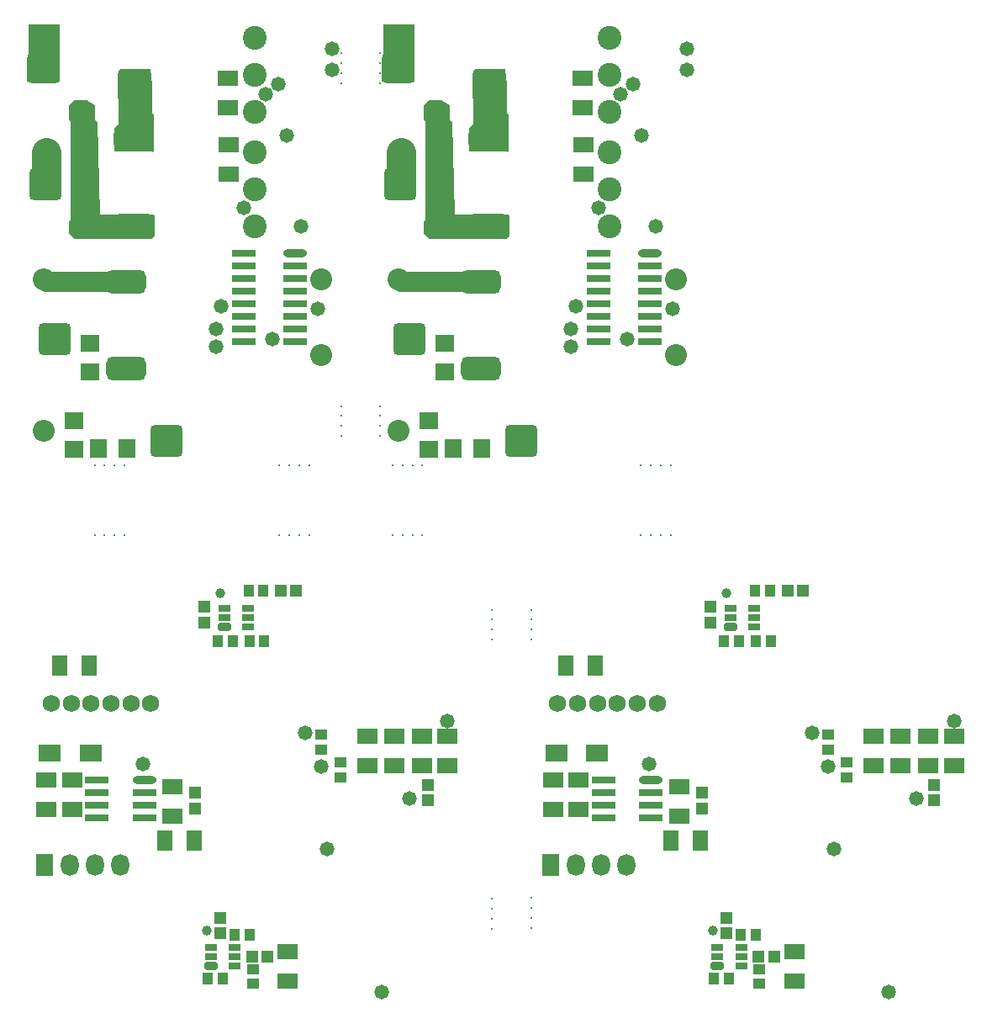
<source format=gbs>
G04 Layer_Color=16711935*
%FSLAX44Y44*%
%MOMM*%
G71*
G01*
G75*
%ADD19C,2.0000*%
%ADD20C,3.0000*%
G04:AMPARAMS|DCode=39|XSize=3.2032mm|YSize=3.2032mm|CornerRadius=0.4016mm|HoleSize=0mm|Usage=FLASHONLY|Rotation=0.000|XOffset=0mm|YOffset=0mm|HoleType=Round|Shape=RoundedRectangle|*
%AMROUNDEDRECTD39*
21,1,3.2032,2.4000,0,0,0.0*
21,1,2.4000,3.2032,0,0,0.0*
1,1,0.8032,1.2000,-1.2000*
1,1,0.8032,-1.2000,-1.2000*
1,1,0.8032,-1.2000,1.2000*
1,1,0.8032,1.2000,1.2000*
%
%ADD39ROUNDEDRECTD39*%
%ADD43C,0.2032*%
%ADD44C,2.4000*%
%ADD45C,2.2032*%
%ADD46C,1.4732*%
%ADD47O,1.8032X2.2032*%
%ADD48R,1.8032X2.2032*%
%ADD49C,1.7272*%
%ADD50C,1.0032*%
%ADD51R,2.0032X1.5032*%
G04:AMPARAMS|DCode=52|XSize=2.4032mm|YSize=4.0032mm|CornerRadius=0.6516mm|HoleSize=0mm|Usage=FLASHONLY|Rotation=90.000|XOffset=0mm|YOffset=0mm|HoleType=Round|Shape=RoundedRectangle|*
%AMROUNDEDRECTD52*
21,1,2.4032,2.7000,0,0,90.0*
21,1,1.1000,4.0032,0,0,90.0*
1,1,1.3032,1.3500,0.5500*
1,1,1.3032,1.3500,-0.5500*
1,1,1.3032,-1.3500,-0.5500*
1,1,1.3032,-1.3500,0.5500*
%
%ADD52ROUNDEDRECTD52*%
%ADD53R,2.4032X0.8032*%
%ADD54O,2.4032X0.8032*%
%ADD55R,1.8532X1.8032*%
%ADD56R,1.8032X1.8532*%
G04:AMPARAMS|DCode=57|XSize=0.8032mm|YSize=1.4032mm|CornerRadius=0mm|HoleSize=0mm|Usage=FLASHONLY|Rotation=270.000|XOffset=0mm|YOffset=0mm|HoleType=Round|Shape=Octagon|*
%AMOCTAGOND57*
4,1,8,0.7016,0.2008,0.7016,-0.2008,0.5008,-0.4016,-0.5008,-0.4016,-0.7016,-0.2008,-0.7016,0.2008,-0.5008,0.4016,0.5008,0.4016,0.7016,0.2008,0.0*
%
%ADD57OCTAGOND57*%

%ADD58R,1.3032X0.8032*%
%ADD59R,1.2032X1.2532*%
%ADD60R,1.2532X1.2032*%
%ADD61R,1.1032X1.1532*%
%ADD62R,1.1532X1.1032*%
%ADD63R,2.3000X1.8000*%
%ADD64R,1.5032X2.0032*%
G36*
X70000Y903000D02*
Y895500D01*
Y888000D01*
X73000Y886000D01*
X75000Y793000D01*
X129000D01*
X130000Y792000D01*
Y771000D01*
X127000Y768000D01*
X50000D01*
X45000Y773000D01*
X44000D01*
Y785000D01*
X46000Y787800D01*
X46000Y886000D01*
X44000Y888000D01*
Y903000D01*
X49000Y908000D01*
X62000Y908000D01*
X70000Y903000D01*
D02*
G37*
G36*
X128000Y923000D02*
X128250Y906750D01*
X128000Y894000D01*
X129500Y893000D01*
Y881000D01*
Y857000D01*
X128000Y855500D01*
X127500Y856000D01*
X90000D01*
Y879000D01*
X94000Y884000D01*
Y937000D01*
X96000Y939000D01*
X126000D01*
X128000Y923000D01*
D02*
G37*
G36*
X35000Y983000D02*
Y981000D01*
Y928000D01*
Y927000D01*
X34000Y926000D01*
X2000D01*
Y951000D01*
X3000Y952000D01*
Y984000D01*
X35000D01*
Y983000D01*
D02*
G37*
G36*
X427300Y903000D02*
Y895500D01*
Y888000D01*
X430300Y886000D01*
X432300Y793000D01*
X486300D01*
X487300Y792000D01*
Y771000D01*
X484300Y768000D01*
X407300D01*
X402300Y773000D01*
X401300D01*
Y785000D01*
X403300Y787800D01*
X403300Y886000D01*
X401300Y888000D01*
Y903000D01*
X406300Y908000D01*
X419300Y908000D01*
X427300Y903000D01*
D02*
G37*
G36*
X485300Y923000D02*
X485550Y906750D01*
X485300Y894000D01*
X486800Y893000D01*
Y881000D01*
Y857000D01*
X485300Y855500D01*
X484800Y856000D01*
X447300D01*
Y879000D01*
X451300Y884000D01*
Y937000D01*
X453300Y939000D01*
X483300D01*
X485300Y923000D01*
D02*
G37*
G36*
X392300Y983000D02*
Y981000D01*
Y928000D01*
Y927000D01*
X391300Y926000D01*
X359300D01*
Y951000D01*
X360300Y952000D01*
Y984000D01*
X392300D01*
Y983000D01*
D02*
G37*
D19*
X21270Y724500D02*
X102000D01*
X378570D02*
X459300D01*
D20*
X21000Y824000D02*
Y855500D01*
X378300Y824000D02*
Y855500D01*
D39*
X30000Y667000D02*
D03*
X18310Y941000D02*
D03*
X142000Y565000D02*
D03*
X20000Y823000D02*
D03*
X109000Y922000D02*
D03*
X387300Y667000D02*
D03*
X375610Y941000D02*
D03*
X499300Y565000D02*
D03*
X377300Y823000D02*
D03*
X466300Y922000D02*
D03*
D43*
X318000Y955000D02*
D03*
Y945000D02*
D03*
Y935000D02*
D03*
Y925000D02*
D03*
X357000Y955000D02*
D03*
Y945000D02*
D03*
Y935000D02*
D03*
Y925000D02*
D03*
Y570000D02*
D03*
Y580000D02*
D03*
Y590000D02*
D03*
Y600000D02*
D03*
X318000Y570000D02*
D03*
Y580000D02*
D03*
Y590000D02*
D03*
Y600000D02*
D03*
X620000Y470000D02*
D03*
X640000D02*
D03*
X630000D02*
D03*
X650000D02*
D03*
Y540000D02*
D03*
X630000D02*
D03*
X640000D02*
D03*
X620000D02*
D03*
X370000Y470000D02*
D03*
X390000D02*
D03*
X380000D02*
D03*
X400000D02*
D03*
Y540000D02*
D03*
X380000D02*
D03*
X390000D02*
D03*
X370000D02*
D03*
X256000Y470000D02*
D03*
X276000D02*
D03*
X266000D02*
D03*
X286000D02*
D03*
Y540000D02*
D03*
X266000D02*
D03*
X276000D02*
D03*
X256000D02*
D03*
X70000D02*
D03*
X90000D02*
D03*
X80000D02*
D03*
X100000D02*
D03*
Y470000D02*
D03*
X80000D02*
D03*
X90000D02*
D03*
X70000D02*
D03*
X510000Y105000D02*
D03*
Y95000D02*
D03*
Y85000D02*
D03*
Y75000D02*
D03*
X469673Y74000D02*
D03*
Y84000D02*
D03*
Y94000D02*
D03*
Y104000D02*
D03*
X470000Y395000D02*
D03*
Y385000D02*
D03*
Y375000D02*
D03*
Y365000D02*
D03*
X510000D02*
D03*
Y375000D02*
D03*
Y385000D02*
D03*
Y395000D02*
D03*
D44*
X231000Y933000D02*
D03*
Y895500D02*
D03*
Y970500D02*
D03*
X56000Y895500D02*
D03*
X21000Y970500D02*
D03*
X231000Y818000D02*
D03*
Y780500D02*
D03*
Y855500D02*
D03*
X56000Y780500D02*
D03*
X21000Y855500D02*
D03*
X588300Y933000D02*
D03*
Y895500D02*
D03*
Y970500D02*
D03*
X413300Y895500D02*
D03*
X378300Y970500D02*
D03*
X588300Y818000D02*
D03*
Y780500D02*
D03*
Y855500D02*
D03*
X413300Y780500D02*
D03*
X378300Y855500D02*
D03*
D45*
X298310Y727460D02*
D03*
Y651260D02*
D03*
X18310Y727460D02*
D03*
Y575060D02*
D03*
X655610Y727460D02*
D03*
Y651260D02*
D03*
X375610Y727460D02*
D03*
Y575060D02*
D03*
D46*
X278000Y780500D02*
D03*
X295000Y698000D02*
D03*
X192000Y660000D02*
D03*
X220264Y799250D02*
D03*
X192000Y677250D02*
D03*
X249000Y667000D02*
D03*
X197000Y700000D02*
D03*
X242000Y913999D02*
D03*
X309000Y959000D02*
D03*
Y938000D02*
D03*
X255000Y924000D02*
D03*
X263000Y872000D02*
D03*
X635300Y780500D02*
D03*
X652300Y698000D02*
D03*
X549300Y660000D02*
D03*
X577564Y799250D02*
D03*
X549300Y677250D02*
D03*
X606300Y667000D02*
D03*
X554300Y700000D02*
D03*
X599300Y913999D02*
D03*
X666300Y959000D02*
D03*
Y938000D02*
D03*
X612300Y924000D02*
D03*
X620300Y872000D02*
D03*
X425307Y283032D02*
D03*
X118307Y240032D02*
D03*
X282306Y271032D02*
D03*
X298307Y237032D02*
D03*
X387307Y205032D02*
D03*
X359306Y10032D02*
D03*
X304307Y154032D02*
D03*
X935306Y283032D02*
D03*
X628307Y240032D02*
D03*
X792307Y271032D02*
D03*
X808307Y237032D02*
D03*
X897307Y205032D02*
D03*
X869306Y10032D02*
D03*
X814306Y154032D02*
D03*
D47*
X95506Y138032D02*
D03*
X70107D02*
D03*
X44707D02*
D03*
X605507D02*
D03*
X580107D02*
D03*
X554706D02*
D03*
D48*
X19306D02*
D03*
X529306D02*
D03*
D49*
X46307Y301032D02*
D03*
X66307D02*
D03*
X126306D02*
D03*
X26307D02*
D03*
X106306D02*
D03*
X86306D02*
D03*
X556306D02*
D03*
X576306D02*
D03*
X636306D02*
D03*
X536306D02*
D03*
X616306D02*
D03*
X596306D02*
D03*
D50*
X182806Y72032D02*
D03*
X196306Y412032D02*
D03*
X692806Y72032D02*
D03*
X706307Y412032D02*
D03*
D51*
X204000Y930000D02*
D03*
Y900000D02*
D03*
X205000Y833000D02*
D03*
Y863000D02*
D03*
X561300Y930000D02*
D03*
Y900000D02*
D03*
X562300Y833000D02*
D03*
Y863000D02*
D03*
X148307Y217032D02*
D03*
Y187032D02*
D03*
X47306Y224032D02*
D03*
Y194032D02*
D03*
X21307Y224032D02*
D03*
Y194032D02*
D03*
X264307Y21032D02*
D03*
Y51032D02*
D03*
X425307Y268032D02*
D03*
Y238032D02*
D03*
X399306Y268032D02*
D03*
Y238032D02*
D03*
X371306Y268032D02*
D03*
Y238032D02*
D03*
X344306Y268032D02*
D03*
Y238032D02*
D03*
X658307Y217032D02*
D03*
Y187032D02*
D03*
X557307Y224032D02*
D03*
Y194032D02*
D03*
X531306Y224032D02*
D03*
Y194032D02*
D03*
X774306Y21032D02*
D03*
Y51032D02*
D03*
X935306Y268032D02*
D03*
Y238032D02*
D03*
X909306Y268032D02*
D03*
Y238032D02*
D03*
X881307Y268032D02*
D03*
Y238032D02*
D03*
X854306Y268032D02*
D03*
Y238032D02*
D03*
D52*
X102000Y637500D02*
D03*
Y724500D02*
D03*
X109000Y781500D02*
D03*
Y868500D02*
D03*
X459300Y637500D02*
D03*
Y724500D02*
D03*
X466300Y781500D02*
D03*
Y868500D02*
D03*
D53*
X220250Y664550D02*
D03*
Y677250D02*
D03*
Y689950D02*
D03*
Y702650D02*
D03*
Y715350D02*
D03*
Y728050D02*
D03*
Y740750D02*
D03*
Y753450D02*
D03*
X271750Y664550D02*
D03*
Y677250D02*
D03*
Y689950D02*
D03*
Y702650D02*
D03*
Y715350D02*
D03*
Y728050D02*
D03*
Y740750D02*
D03*
X577550Y664550D02*
D03*
Y677250D02*
D03*
Y689950D02*
D03*
Y702650D02*
D03*
Y715350D02*
D03*
Y728050D02*
D03*
Y740750D02*
D03*
Y753450D02*
D03*
X629050Y664550D02*
D03*
Y677250D02*
D03*
Y689950D02*
D03*
Y702650D02*
D03*
Y715350D02*
D03*
Y728050D02*
D03*
Y740750D02*
D03*
X72306Y185982D02*
D03*
Y198682D02*
D03*
Y211382D02*
D03*
Y224082D02*
D03*
X120307Y185982D02*
D03*
Y198682D02*
D03*
Y211382D02*
D03*
X582307Y185982D02*
D03*
Y198682D02*
D03*
Y211382D02*
D03*
Y224082D02*
D03*
X630307Y185982D02*
D03*
Y198682D02*
D03*
Y211382D02*
D03*
D54*
X271750Y753450D02*
D03*
X629050D02*
D03*
X120307Y224082D02*
D03*
X630307D02*
D03*
D55*
X65000Y663500D02*
D03*
Y634500D02*
D03*
X49000Y556500D02*
D03*
Y585500D02*
D03*
X422300Y663500D02*
D03*
Y634500D02*
D03*
X406300Y556500D02*
D03*
Y585500D02*
D03*
D56*
X102500Y557000D02*
D03*
X73500D02*
D03*
X459800D02*
D03*
X430800D02*
D03*
D57*
X187036Y36452D02*
D03*
X200306Y377532D02*
D03*
X697037Y36452D02*
D03*
X710306Y377532D02*
D03*
D58*
X187036Y45952D02*
D03*
Y55452D02*
D03*
X211036D02*
D03*
Y45952D02*
D03*
Y36452D02*
D03*
X200306Y387032D02*
D03*
Y396532D02*
D03*
X224307D02*
D03*
Y387032D02*
D03*
Y377532D02*
D03*
X697037Y45952D02*
D03*
Y55452D02*
D03*
X721037D02*
D03*
Y45952D02*
D03*
Y36452D02*
D03*
X710306Y387032D02*
D03*
Y396532D02*
D03*
X734306D02*
D03*
Y387032D02*
D03*
Y377532D02*
D03*
D59*
X180306Y397782D02*
D03*
Y382282D02*
D03*
X171306Y210782D02*
D03*
Y195282D02*
D03*
X196306Y69282D02*
D03*
Y84782D02*
D03*
X405307Y203282D02*
D03*
Y218782D02*
D03*
X690306Y397782D02*
D03*
Y382282D02*
D03*
X681307Y210782D02*
D03*
Y195282D02*
D03*
X706307Y69282D02*
D03*
Y84782D02*
D03*
X915306Y203282D02*
D03*
Y218782D02*
D03*
D60*
X228556Y46032D02*
D03*
X244056D02*
D03*
X257556Y414032D02*
D03*
X273057D02*
D03*
X738557Y46032D02*
D03*
X754056D02*
D03*
X767557Y414032D02*
D03*
X783056D02*
D03*
D61*
X208806Y363032D02*
D03*
X193806D02*
D03*
X225806D02*
D03*
X240807D02*
D03*
X224806Y414032D02*
D03*
X239806D02*
D03*
X198806Y24032D02*
D03*
X183806D02*
D03*
X210807Y68032D02*
D03*
X225807D02*
D03*
X718807Y363032D02*
D03*
X703806D02*
D03*
X735806D02*
D03*
X750806D02*
D03*
X734807Y414032D02*
D03*
X749807D02*
D03*
X708807Y24032D02*
D03*
X693807D02*
D03*
X720807Y68032D02*
D03*
X735807D02*
D03*
D62*
X229307Y18532D02*
D03*
Y33532D02*
D03*
X317306Y241532D02*
D03*
Y226532D02*
D03*
X298307Y254532D02*
D03*
Y269532D02*
D03*
X739306Y18532D02*
D03*
Y33532D02*
D03*
X827307Y241532D02*
D03*
Y226532D02*
D03*
X808307Y254532D02*
D03*
Y269532D02*
D03*
D63*
X65806Y251032D02*
D03*
X24806D02*
D03*
X575807D02*
D03*
X534806D02*
D03*
D64*
X64307Y339032D02*
D03*
X34306D02*
D03*
X170306Y163032D02*
D03*
X140307D02*
D03*
X574306Y339032D02*
D03*
X544306D02*
D03*
X680306Y163032D02*
D03*
X650306D02*
D03*
M02*

</source>
